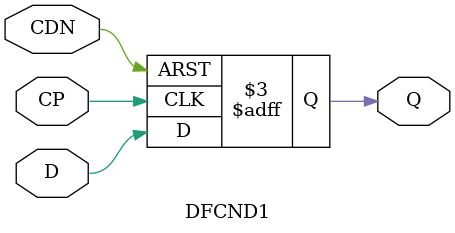
<source format=sv>

module DFCND1(
    input logic CP,
    input logic CDN,
    input logic D,
    
    output logic Q
);

    always_ff @(posedge CP, negedge CDN) begin
        if (!CDN)   Q <= 0;
        else        Q <= D;
    end
    
endmodule

</source>
